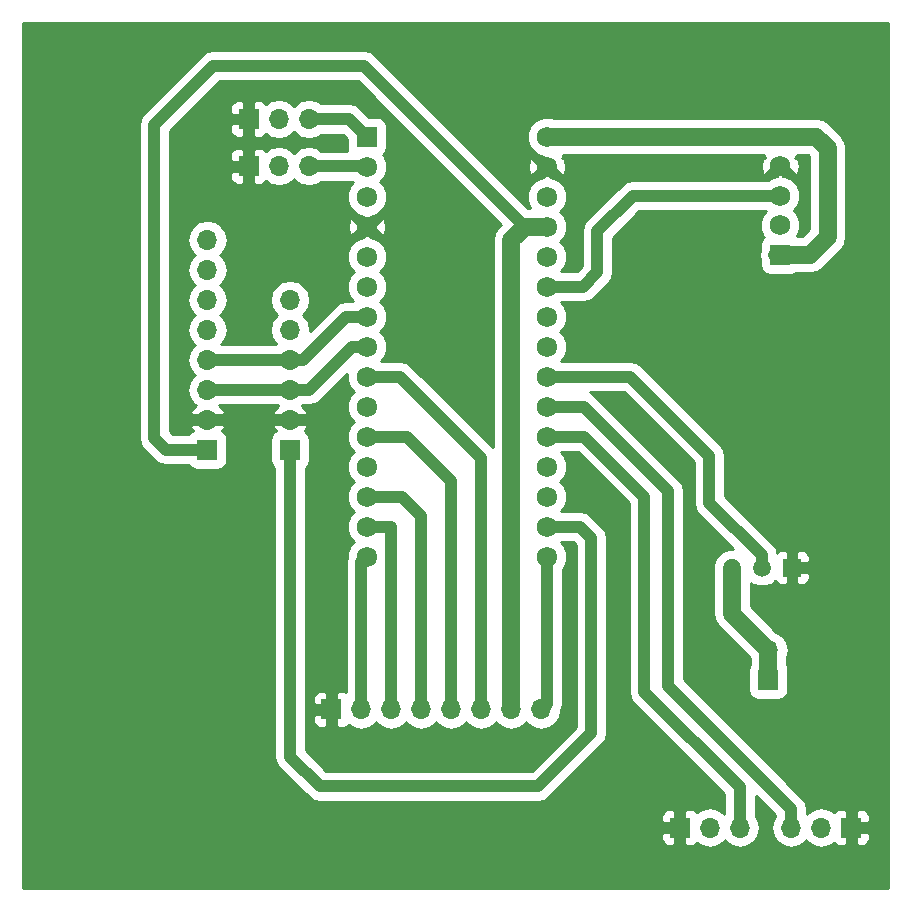
<source format=gbr>
G04 #@! TF.FileFunction,Copper,L2,Bot,Signal*
%FSLAX46Y46*%
G04 Gerber Fmt 4.6, Leading zero omitted, Abs format (unit mm)*
G04 Created by KiCad (PCBNEW 4.0.7-e2-6376~61~ubuntu18.04.1) date Fri Oct 19 17:59:18 2018*
%MOMM*%
%LPD*%
G01*
G04 APERTURE LIST*
%ADD10C,0.100000*%
%ADD11R,1.725000X1.725000*%
%ADD12C,1.725000*%
%ADD13C,1.520000*%
%ADD14R,1.520000X1.520000*%
%ADD15R,1.700000X1.700000*%
%ADD16O,1.700000X1.700000*%
%ADD17R,1.750000X1.750000*%
%ADD18C,1.750000*%
%ADD19C,1.000000*%
%ADD20C,1.500000*%
%ADD21C,0.254000*%
G04 APERTURE END LIST*
D10*
D11*
X121000000Y-75000000D03*
D12*
X121000000Y-77540000D03*
X121000000Y-80080000D03*
X121000000Y-82620000D03*
X121000000Y-85160000D03*
X121000000Y-87700000D03*
X121000000Y-90240000D03*
X121000000Y-92780000D03*
X121000000Y-95320000D03*
X121000000Y-97860000D03*
X121000000Y-100400000D03*
X121000000Y-102940000D03*
X121000000Y-105480000D03*
X121000000Y-108020000D03*
X121000000Y-110560000D03*
X136240000Y-110560000D03*
X136240000Y-108020000D03*
X136240000Y-105480000D03*
X136240000Y-102940000D03*
X136240000Y-100400000D03*
X136240000Y-97860000D03*
X136240000Y-95320000D03*
X136240000Y-92780000D03*
X136240000Y-90240000D03*
X136240000Y-87700000D03*
X136240000Y-85160000D03*
X136240000Y-82620000D03*
X136240000Y-80080000D03*
X136240000Y-77540000D03*
X136240000Y-75000000D03*
D13*
X154460000Y-111500000D03*
X151920000Y-111500000D03*
D14*
X157000000Y-111500000D03*
D15*
X111000000Y-73500000D03*
D16*
X113540000Y-73500000D03*
X116080000Y-73500000D03*
D15*
X111000000Y-77500000D03*
D16*
X113540000Y-77500000D03*
X116080000Y-77500000D03*
D15*
X162000000Y-133500000D03*
D16*
X159460000Y-133500000D03*
X156920000Y-133500000D03*
D15*
X147500000Y-133500000D03*
D16*
X150040000Y-133500000D03*
X152580000Y-133500000D03*
D15*
X107500000Y-101500000D03*
D16*
X107500000Y-98960000D03*
X107500000Y-96420000D03*
X107500000Y-93880000D03*
X107500000Y-91340000D03*
X107500000Y-88800000D03*
X107500000Y-86260000D03*
X107500000Y-83720000D03*
D15*
X114500000Y-101500000D03*
D16*
X114500000Y-98960000D03*
X114500000Y-96420000D03*
X114500000Y-93880000D03*
X114500000Y-91340000D03*
X114500000Y-88800000D03*
D15*
X155000000Y-121000000D03*
D16*
X155000000Y-118460000D03*
D17*
X156000000Y-85000000D03*
D18*
X156000000Y-82500000D03*
X156000000Y-80000000D03*
X156000000Y-77500000D03*
D15*
X118000000Y-123500000D03*
D16*
X120540000Y-123500000D03*
X123080000Y-123500000D03*
X125620000Y-123500000D03*
X128160000Y-123500000D03*
X130700000Y-123500000D03*
X133240000Y-123500000D03*
X135780000Y-123500000D03*
D19*
X107500000Y-101500000D02*
X104000000Y-101500000D01*
X120760000Y-69000000D02*
X134380000Y-82620000D01*
X108000000Y-69000000D02*
X120760000Y-69000000D01*
X103000000Y-74000000D02*
X108000000Y-69000000D01*
X103000000Y-100500000D02*
X103000000Y-74000000D01*
X104000000Y-101500000D02*
X103000000Y-100500000D01*
D20*
X133240000Y-123500000D02*
X133240000Y-83760000D01*
X134380000Y-82620000D02*
X136240000Y-82620000D01*
X133240000Y-83760000D02*
X134380000Y-82620000D01*
D19*
X116080000Y-73500000D02*
X119500000Y-73500000D01*
X119500000Y-73500000D02*
X121000000Y-75000000D01*
X116080000Y-77500000D02*
X120960000Y-77500000D01*
X120960000Y-77500000D02*
X121000000Y-77540000D01*
X114500000Y-93880000D02*
X107500000Y-93880000D01*
X114500000Y-93880000D02*
X115620000Y-93880000D01*
X119260000Y-90240000D02*
X121000000Y-90240000D01*
X115620000Y-93880000D02*
X119260000Y-90240000D01*
X114500000Y-96420000D02*
X107500000Y-96420000D01*
X114500000Y-96420000D02*
X116080000Y-96420000D01*
X119720000Y-92780000D02*
X121000000Y-92780000D01*
X116080000Y-96420000D02*
X119720000Y-92780000D01*
X130700000Y-123500000D02*
X130700000Y-102200000D01*
X123820000Y-95320000D02*
X121000000Y-95320000D01*
X130700000Y-102200000D02*
X123820000Y-95320000D01*
X128160000Y-123500000D02*
X128160000Y-104160000D01*
X124400000Y-100400000D02*
X121000000Y-100400000D01*
X128160000Y-104160000D02*
X124400000Y-100400000D01*
X125620000Y-123500000D02*
X125620000Y-107120000D01*
X123980000Y-105480000D02*
X121000000Y-105480000D01*
X125620000Y-107120000D02*
X123980000Y-105480000D01*
X121000000Y-108020000D02*
X123020000Y-108020000D01*
X123080000Y-108080000D02*
X123080000Y-123500000D01*
X123020000Y-108020000D02*
X123080000Y-108080000D01*
X120540000Y-123500000D02*
X120540000Y-111020000D01*
X120540000Y-111020000D02*
X121000000Y-110560000D01*
X136240000Y-110560000D02*
X136240000Y-123040000D01*
X136240000Y-123040000D02*
X135780000Y-123500000D01*
X136240000Y-108020000D02*
X139020000Y-108020000D01*
X114500000Y-127500000D02*
X114500000Y-101500000D01*
X117000000Y-130000000D02*
X114500000Y-127500000D01*
X135500000Y-130000000D02*
X117000000Y-130000000D01*
X140000000Y-125500000D02*
X135500000Y-130000000D01*
X140000000Y-109000000D02*
X140000000Y-125500000D01*
X139020000Y-108020000D02*
X140000000Y-109000000D01*
X136240000Y-100400000D02*
X139400000Y-100400000D01*
X152580000Y-130080000D02*
X152580000Y-133500000D01*
X144500000Y-122000000D02*
X152580000Y-130080000D01*
X144500000Y-105500000D02*
X144500000Y-122000000D01*
X139400000Y-100400000D02*
X144500000Y-105500000D01*
X156920000Y-133500000D02*
X156920000Y-131920000D01*
X139360000Y-97860000D02*
X136240000Y-97860000D01*
X146500000Y-105000000D02*
X139360000Y-97860000D01*
X146500000Y-121500000D02*
X146500000Y-105000000D01*
X156920000Y-131920000D02*
X146500000Y-121500000D01*
X154460000Y-111500000D02*
X154460000Y-110460000D01*
X143320000Y-95320000D02*
X136240000Y-95320000D01*
X150000000Y-102000000D02*
X143320000Y-95320000D01*
X150000000Y-106000000D02*
X150000000Y-102000000D01*
X154460000Y-110460000D02*
X150000000Y-106000000D01*
X156000000Y-80000000D02*
X143500000Y-80000000D01*
X139300000Y-87700000D02*
X136240000Y-87700000D01*
X140500000Y-86500000D02*
X139300000Y-87700000D01*
X140500000Y-83000000D02*
X140500000Y-86500000D01*
X143500000Y-80000000D02*
X140500000Y-83000000D01*
D20*
X156000000Y-85000000D02*
X158500000Y-85000000D01*
X159000000Y-75000000D02*
X136240000Y-75000000D01*
X160000000Y-76000000D02*
X159000000Y-75000000D01*
X160000000Y-83500000D02*
X160000000Y-76000000D01*
X158500000Y-85000000D02*
X160000000Y-83500000D01*
D19*
X155500000Y-85000000D02*
X156000000Y-85000000D01*
D20*
X155000000Y-118460000D02*
X154960000Y-118460000D01*
X154960000Y-118460000D02*
X151920000Y-115420000D01*
X151920000Y-115420000D02*
X151920000Y-111500000D01*
X155000000Y-121000000D02*
X155000000Y-118460000D01*
D21*
G36*
X165098000Y-138598000D02*
X91902000Y-138598000D01*
X91902000Y-134054750D01*
X145923000Y-134054750D01*
X145923000Y-134494609D01*
X146033679Y-134761812D01*
X146238187Y-134966321D01*
X146505390Y-135077000D01*
X146945250Y-135077000D01*
X147127000Y-134895250D01*
X147127000Y-133873000D01*
X146104750Y-133873000D01*
X145923000Y-134054750D01*
X91902000Y-134054750D01*
X91902000Y-132505391D01*
X145923000Y-132505391D01*
X145923000Y-132945250D01*
X146104750Y-133127000D01*
X147127000Y-133127000D01*
X147127000Y-132104750D01*
X146945250Y-131923000D01*
X146505390Y-131923000D01*
X146238187Y-132033679D01*
X146033679Y-132238188D01*
X145923000Y-132505391D01*
X91902000Y-132505391D01*
X91902000Y-74000000D01*
X101673000Y-74000000D01*
X101673000Y-100500000D01*
X101774012Y-101007821D01*
X102061669Y-101438331D01*
X103061667Y-102438328D01*
X103061669Y-102438331D01*
X103492179Y-102725988D01*
X103576433Y-102742747D01*
X104000000Y-102827001D01*
X104000005Y-102827000D01*
X105974200Y-102827000D01*
X106045587Y-102937939D01*
X106321948Y-103126769D01*
X106650000Y-103193201D01*
X108350000Y-103193201D01*
X108656468Y-103135535D01*
X108937939Y-102954413D01*
X109126769Y-102678052D01*
X109193201Y-102350000D01*
X109193201Y-100650000D01*
X109135535Y-100343532D01*
X108954413Y-100062061D01*
X108728258Y-99907536D01*
X108955038Y-99568105D01*
X108844468Y-99333000D01*
X107873000Y-99333000D01*
X107873000Y-99353000D01*
X107127000Y-99353000D01*
X107127000Y-99333000D01*
X106155532Y-99333000D01*
X106044962Y-99568105D01*
X106273202Y-99909721D01*
X106062061Y-100045587D01*
X105975003Y-100173000D01*
X104549661Y-100173000D01*
X104327000Y-99950338D01*
X104327000Y-78054750D01*
X109423000Y-78054750D01*
X109423000Y-78494609D01*
X109533679Y-78761812D01*
X109738187Y-78966321D01*
X110005390Y-79077000D01*
X110445250Y-79077000D01*
X110627000Y-78895250D01*
X110627000Y-77873000D01*
X109604750Y-77873000D01*
X109423000Y-78054750D01*
X104327000Y-78054750D01*
X104327000Y-76505391D01*
X109423000Y-76505391D01*
X109423000Y-76945250D01*
X109604750Y-77127000D01*
X110627000Y-77127000D01*
X110627000Y-76104750D01*
X110445250Y-75923000D01*
X110005390Y-75923000D01*
X109738187Y-76033679D01*
X109533679Y-76238188D01*
X109423000Y-76505391D01*
X104327000Y-76505391D01*
X104327000Y-74549662D01*
X104821912Y-74054750D01*
X109423000Y-74054750D01*
X109423000Y-74494609D01*
X109533679Y-74761812D01*
X109738187Y-74966321D01*
X110005390Y-75077000D01*
X110445250Y-75077000D01*
X110627000Y-74895250D01*
X110627000Y-73873000D01*
X109604750Y-73873000D01*
X109423000Y-74054750D01*
X104821912Y-74054750D01*
X106371271Y-72505391D01*
X109423000Y-72505391D01*
X109423000Y-72945250D01*
X109604750Y-73127000D01*
X110627000Y-73127000D01*
X110627000Y-72104750D01*
X111373000Y-72104750D01*
X111373000Y-73127000D01*
X111393000Y-73127000D01*
X111393000Y-73873000D01*
X111373000Y-73873000D01*
X111373000Y-74895250D01*
X111554750Y-75077000D01*
X111994610Y-75077000D01*
X112261813Y-74966321D01*
X112447265Y-74780868D01*
X112898240Y-75082200D01*
X113540000Y-75209854D01*
X114181760Y-75082200D01*
X114725818Y-74718672D01*
X114810000Y-74592685D01*
X114894182Y-74718672D01*
X115438240Y-75082200D01*
X116080000Y-75209854D01*
X116721760Y-75082200D01*
X117103694Y-74827000D01*
X118950338Y-74827000D01*
X119294299Y-75170961D01*
X119294299Y-75862500D01*
X119351965Y-76168968D01*
X119354560Y-76173000D01*
X117103694Y-76173000D01*
X116721760Y-75917800D01*
X116080000Y-75790146D01*
X115438240Y-75917800D01*
X114894182Y-76281328D01*
X114810000Y-76407315D01*
X114725818Y-76281328D01*
X114181760Y-75917800D01*
X113540000Y-75790146D01*
X112898240Y-75917800D01*
X112447265Y-76219132D01*
X112261813Y-76033679D01*
X111994610Y-75923000D01*
X111554750Y-75923000D01*
X111373000Y-76104750D01*
X111373000Y-77127000D01*
X111393000Y-77127000D01*
X111393000Y-77873000D01*
X111373000Y-77873000D01*
X111373000Y-78895250D01*
X111554750Y-79077000D01*
X111994610Y-79077000D01*
X112261813Y-78966321D01*
X112447265Y-78780868D01*
X112898240Y-79082200D01*
X113540000Y-79209854D01*
X114181760Y-79082200D01*
X114725818Y-78718672D01*
X114810000Y-78592685D01*
X114894182Y-78718672D01*
X115438240Y-79082200D01*
X116080000Y-79209854D01*
X116721760Y-79082200D01*
X117103694Y-78827000D01*
X119863788Y-78827000D01*
X119568547Y-79121726D01*
X119310794Y-79742463D01*
X119310208Y-80414588D01*
X119566877Y-81035774D01*
X120041726Y-81511453D01*
X120662463Y-81769206D01*
X120676720Y-81769218D01*
X121000000Y-82092498D01*
X121322717Y-81769782D01*
X121334588Y-81769792D01*
X121955774Y-81513123D01*
X122431453Y-81038274D01*
X122689206Y-80417537D01*
X122689792Y-79745412D01*
X122433123Y-79124226D01*
X122119314Y-78809868D01*
X122431453Y-78498274D01*
X122689206Y-77877537D01*
X122689792Y-77205412D01*
X122433123Y-76584226D01*
X122368591Y-76519581D01*
X122450439Y-76466913D01*
X122639269Y-76190552D01*
X122705701Y-75862500D01*
X122705701Y-74137500D01*
X122648035Y-73831032D01*
X122466913Y-73549561D01*
X122190552Y-73360731D01*
X121862500Y-73294299D01*
X121170961Y-73294299D01*
X120438331Y-72561669D01*
X120007821Y-72274012D01*
X119500000Y-72173000D01*
X117103694Y-72173000D01*
X116721760Y-71917800D01*
X116080000Y-71790146D01*
X115438240Y-71917800D01*
X114894182Y-72281328D01*
X114810000Y-72407315D01*
X114725818Y-72281328D01*
X114181760Y-71917800D01*
X113540000Y-71790146D01*
X112898240Y-71917800D01*
X112447265Y-72219132D01*
X112261813Y-72033679D01*
X111994610Y-71923000D01*
X111554750Y-71923000D01*
X111373000Y-72104750D01*
X110627000Y-72104750D01*
X110445250Y-71923000D01*
X110005390Y-71923000D01*
X109738187Y-72033679D01*
X109533679Y-72238188D01*
X109423000Y-72505391D01*
X106371271Y-72505391D01*
X108549662Y-70327000D01*
X120210338Y-70327000D01*
X132326562Y-82443224D01*
X132124893Y-82644893D01*
X131783042Y-83156508D01*
X131663000Y-83760000D01*
X131663000Y-101298589D01*
X131638331Y-101261669D01*
X131638328Y-101261667D01*
X124758331Y-94381669D01*
X124327821Y-94094012D01*
X123820000Y-93993000D01*
X122176282Y-93993000D01*
X122431453Y-93738274D01*
X122689206Y-93117537D01*
X122689792Y-92445412D01*
X122433123Y-91824226D01*
X122119314Y-91509868D01*
X122431453Y-91198274D01*
X122689206Y-90577537D01*
X122689792Y-89905412D01*
X122433123Y-89284226D01*
X122119314Y-88969868D01*
X122431453Y-88658274D01*
X122689206Y-88037537D01*
X122689792Y-87365412D01*
X122433123Y-86744226D01*
X122119314Y-86429868D01*
X122431453Y-86118274D01*
X122689206Y-85497537D01*
X122689792Y-84825412D01*
X122433123Y-84204226D01*
X121958274Y-83728547D01*
X121337537Y-83470794D01*
X121323280Y-83470782D01*
X121000000Y-83147502D01*
X120677283Y-83470218D01*
X120665412Y-83470208D01*
X120044226Y-83726877D01*
X119568547Y-84201726D01*
X119310794Y-84822463D01*
X119310208Y-85494588D01*
X119566877Y-86115774D01*
X119880686Y-86430132D01*
X119568547Y-86741726D01*
X119310794Y-87362463D01*
X119310208Y-88034588D01*
X119566877Y-88655774D01*
X119823654Y-88913000D01*
X119260000Y-88913000D01*
X118752179Y-89014012D01*
X118321669Y-89301669D01*
X118321667Y-89301672D01*
X116191608Y-91431731D01*
X116209854Y-91340000D01*
X116082200Y-90698240D01*
X115718672Y-90154182D01*
X115592685Y-90070000D01*
X115718672Y-89985818D01*
X116082200Y-89441760D01*
X116209854Y-88800000D01*
X116082200Y-88158240D01*
X115718672Y-87614182D01*
X115174614Y-87250654D01*
X114532854Y-87123000D01*
X114467146Y-87123000D01*
X113825386Y-87250654D01*
X113281328Y-87614182D01*
X112917800Y-88158240D01*
X112790146Y-88800000D01*
X112917800Y-89441760D01*
X113281328Y-89985818D01*
X113407315Y-90070000D01*
X113281328Y-90154182D01*
X112917800Y-90698240D01*
X112790146Y-91340000D01*
X112917800Y-91981760D01*
X113281328Y-92525818D01*
X113322009Y-92553000D01*
X108677991Y-92553000D01*
X108718672Y-92525818D01*
X109082200Y-91981760D01*
X109209854Y-91340000D01*
X109082200Y-90698240D01*
X108718672Y-90154182D01*
X108592685Y-90070000D01*
X108718672Y-89985818D01*
X109082200Y-89441760D01*
X109209854Y-88800000D01*
X109082200Y-88158240D01*
X108718672Y-87614182D01*
X108592685Y-87530000D01*
X108718672Y-87445818D01*
X109082200Y-86901760D01*
X109209854Y-86260000D01*
X109082200Y-85618240D01*
X108718672Y-85074182D01*
X108592685Y-84990000D01*
X108718672Y-84905818D01*
X109082200Y-84361760D01*
X109209854Y-83720000D01*
X109082200Y-83078240D01*
X108772353Y-82614520D01*
X119379369Y-82614520D01*
X119500636Y-83235126D01*
X119504829Y-83245251D01*
X119753581Y-83338918D01*
X120472498Y-82620000D01*
X121527502Y-82620000D01*
X122246419Y-83338918D01*
X122495171Y-83245251D01*
X122620631Y-82625480D01*
X122499364Y-82004874D01*
X122495171Y-81994749D01*
X122246419Y-81901082D01*
X121527502Y-82620000D01*
X120472498Y-82620000D01*
X119753581Y-81901082D01*
X119504829Y-81994749D01*
X119379369Y-82614520D01*
X108772353Y-82614520D01*
X108718672Y-82534182D01*
X108174614Y-82170654D01*
X107532854Y-82043000D01*
X107467146Y-82043000D01*
X106825386Y-82170654D01*
X106281328Y-82534182D01*
X105917800Y-83078240D01*
X105790146Y-83720000D01*
X105917800Y-84361760D01*
X106281328Y-84905818D01*
X106407315Y-84990000D01*
X106281328Y-85074182D01*
X105917800Y-85618240D01*
X105790146Y-86260000D01*
X105917800Y-86901760D01*
X106281328Y-87445818D01*
X106407315Y-87530000D01*
X106281328Y-87614182D01*
X105917800Y-88158240D01*
X105790146Y-88800000D01*
X105917800Y-89441760D01*
X106281328Y-89985818D01*
X106407315Y-90070000D01*
X106281328Y-90154182D01*
X105917800Y-90698240D01*
X105790146Y-91340000D01*
X105917800Y-91981760D01*
X106281328Y-92525818D01*
X106407315Y-92610000D01*
X106281328Y-92694182D01*
X105917800Y-93238240D01*
X105790146Y-93880000D01*
X105917800Y-94521760D01*
X106281328Y-95065818D01*
X106407315Y-95150000D01*
X106281328Y-95234182D01*
X105917800Y-95778240D01*
X105790146Y-96420000D01*
X105917800Y-97061760D01*
X106281328Y-97605818D01*
X106512420Y-97760229D01*
X106381351Y-97848408D01*
X106044962Y-98351895D01*
X106155532Y-98587000D01*
X107127000Y-98587000D01*
X107127000Y-98567000D01*
X107873000Y-98567000D01*
X107873000Y-98587000D01*
X108844468Y-98587000D01*
X108955038Y-98351895D01*
X108618649Y-97848408D01*
X108487580Y-97760229D01*
X108507378Y-97747000D01*
X113492622Y-97747000D01*
X113512420Y-97760229D01*
X113381351Y-97848408D01*
X113044962Y-98351895D01*
X113155532Y-98587000D01*
X114127000Y-98587000D01*
X114127000Y-98567000D01*
X114873000Y-98567000D01*
X114873000Y-98587000D01*
X115844468Y-98587000D01*
X115955038Y-98351895D01*
X115618649Y-97848408D01*
X115487580Y-97760229D01*
X115507378Y-97747000D01*
X116080000Y-97747000D01*
X116587821Y-97645988D01*
X117018331Y-97358331D01*
X119310721Y-95065940D01*
X119310208Y-95654588D01*
X119566877Y-96275774D01*
X119880686Y-96590132D01*
X119568547Y-96901726D01*
X119310794Y-97522463D01*
X119310208Y-98194588D01*
X119566877Y-98815774D01*
X119880686Y-99130132D01*
X119568547Y-99441726D01*
X119310794Y-100062463D01*
X119310208Y-100734588D01*
X119566877Y-101355774D01*
X119880686Y-101670132D01*
X119568547Y-101981726D01*
X119310794Y-102602463D01*
X119310208Y-103274588D01*
X119566877Y-103895774D01*
X119880686Y-104210132D01*
X119568547Y-104521726D01*
X119310794Y-105142463D01*
X119310208Y-105814588D01*
X119566877Y-106435774D01*
X119880686Y-106750132D01*
X119568547Y-107061726D01*
X119310794Y-107682463D01*
X119310208Y-108354588D01*
X119566877Y-108975774D01*
X119880686Y-109290132D01*
X119568547Y-109601726D01*
X119310794Y-110222463D01*
X119310526Y-110529704D01*
X119213000Y-111020000D01*
X119213000Y-122013460D01*
X118994610Y-121923000D01*
X118554750Y-121923000D01*
X118373000Y-122104750D01*
X118373000Y-123127000D01*
X118393000Y-123127000D01*
X118393000Y-123873000D01*
X118373000Y-123873000D01*
X118373000Y-124895250D01*
X118554750Y-125077000D01*
X118994610Y-125077000D01*
X119261813Y-124966321D01*
X119447265Y-124780868D01*
X119898240Y-125082200D01*
X120540000Y-125209854D01*
X121181760Y-125082200D01*
X121725818Y-124718672D01*
X121810000Y-124592685D01*
X121894182Y-124718672D01*
X122438240Y-125082200D01*
X123080000Y-125209854D01*
X123721760Y-125082200D01*
X124265818Y-124718672D01*
X124350000Y-124592685D01*
X124434182Y-124718672D01*
X124978240Y-125082200D01*
X125620000Y-125209854D01*
X126261760Y-125082200D01*
X126805818Y-124718672D01*
X126890000Y-124592685D01*
X126974182Y-124718672D01*
X127518240Y-125082200D01*
X128160000Y-125209854D01*
X128801760Y-125082200D01*
X129345818Y-124718672D01*
X129430000Y-124592685D01*
X129514182Y-124718672D01*
X130058240Y-125082200D01*
X130700000Y-125209854D01*
X131341760Y-125082200D01*
X131885818Y-124718672D01*
X131970000Y-124592685D01*
X132054182Y-124718672D01*
X132598240Y-125082200D01*
X133240000Y-125209854D01*
X133881760Y-125082200D01*
X134425818Y-124718672D01*
X134510000Y-124592685D01*
X134594182Y-124718672D01*
X135138240Y-125082200D01*
X135780000Y-125209854D01*
X136421760Y-125082200D01*
X136965818Y-124718672D01*
X137329346Y-124174614D01*
X137448951Y-123573319D01*
X137465988Y-123547821D01*
X137567000Y-123040000D01*
X137567000Y-111622545D01*
X137671453Y-111518274D01*
X137929206Y-110897537D01*
X137929792Y-110225412D01*
X137673123Y-109604226D01*
X137416346Y-109347000D01*
X138470338Y-109347000D01*
X138673000Y-109549661D01*
X138673000Y-124950338D01*
X134950338Y-128673000D01*
X117549662Y-128673000D01*
X115827000Y-126950338D01*
X115827000Y-124054750D01*
X116423000Y-124054750D01*
X116423000Y-124494609D01*
X116533679Y-124761812D01*
X116738187Y-124966321D01*
X117005390Y-125077000D01*
X117445250Y-125077000D01*
X117627000Y-124895250D01*
X117627000Y-123873000D01*
X116604750Y-123873000D01*
X116423000Y-124054750D01*
X115827000Y-124054750D01*
X115827000Y-122505391D01*
X116423000Y-122505391D01*
X116423000Y-122945250D01*
X116604750Y-123127000D01*
X117627000Y-123127000D01*
X117627000Y-122104750D01*
X117445250Y-121923000D01*
X117005390Y-121923000D01*
X116738187Y-122033679D01*
X116533679Y-122238188D01*
X116423000Y-122505391D01*
X115827000Y-122505391D01*
X115827000Y-103025800D01*
X115937939Y-102954413D01*
X116126769Y-102678052D01*
X116193201Y-102350000D01*
X116193201Y-100650000D01*
X116135535Y-100343532D01*
X115954413Y-100062061D01*
X115728258Y-99907536D01*
X115955038Y-99568105D01*
X115844468Y-99333000D01*
X114873000Y-99333000D01*
X114873000Y-99353000D01*
X114127000Y-99353000D01*
X114127000Y-99333000D01*
X113155532Y-99333000D01*
X113044962Y-99568105D01*
X113273202Y-99909721D01*
X113062061Y-100045587D01*
X112873231Y-100321948D01*
X112806799Y-100650000D01*
X112806799Y-102350000D01*
X112864465Y-102656468D01*
X113045587Y-102937939D01*
X113173000Y-103024997D01*
X113173000Y-127500000D01*
X113274012Y-128007821D01*
X113561669Y-128438331D01*
X116061669Y-130938331D01*
X116492179Y-131225988D01*
X117000000Y-131327000D01*
X135500000Y-131327000D01*
X136007821Y-131225988D01*
X136438331Y-130938331D01*
X140938331Y-126438331D01*
X141225988Y-126007821D01*
X141327000Y-125500000D01*
X141327000Y-109000000D01*
X141225988Y-108492179D01*
X140938331Y-108061669D01*
X140938328Y-108061667D01*
X139958331Y-107081669D01*
X139527821Y-106794012D01*
X139020000Y-106693000D01*
X137416282Y-106693000D01*
X137671453Y-106438274D01*
X137929206Y-105817537D01*
X137929792Y-105145412D01*
X137673123Y-104524226D01*
X137359314Y-104209868D01*
X137671453Y-103898274D01*
X137929206Y-103277537D01*
X137929792Y-102605412D01*
X137673123Y-101984226D01*
X137416346Y-101727000D01*
X138850338Y-101727000D01*
X143173000Y-106049662D01*
X143173000Y-122000000D01*
X143274012Y-122507821D01*
X143561669Y-122938331D01*
X151253000Y-130629661D01*
X151253000Y-132322009D01*
X151225818Y-132281328D01*
X150681760Y-131917800D01*
X150040000Y-131790146D01*
X149398240Y-131917800D01*
X148947265Y-132219132D01*
X148761813Y-132033679D01*
X148494610Y-131923000D01*
X148054750Y-131923000D01*
X147873000Y-132104750D01*
X147873000Y-133127000D01*
X147893000Y-133127000D01*
X147893000Y-133873000D01*
X147873000Y-133873000D01*
X147873000Y-134895250D01*
X148054750Y-135077000D01*
X148494610Y-135077000D01*
X148761813Y-134966321D01*
X148947265Y-134780868D01*
X149398240Y-135082200D01*
X150040000Y-135209854D01*
X150681760Y-135082200D01*
X151225818Y-134718672D01*
X151310000Y-134592685D01*
X151394182Y-134718672D01*
X151938240Y-135082200D01*
X152580000Y-135209854D01*
X153221760Y-135082200D01*
X153765818Y-134718672D01*
X154129346Y-134174614D01*
X154257000Y-133532854D01*
X154257000Y-133467146D01*
X154129346Y-132825386D01*
X153907000Y-132492622D01*
X153907000Y-130783661D01*
X155593000Y-132469661D01*
X155593000Y-132492622D01*
X155370654Y-132825386D01*
X155243000Y-133467146D01*
X155243000Y-133532854D01*
X155370654Y-134174614D01*
X155734182Y-134718672D01*
X156278240Y-135082200D01*
X156920000Y-135209854D01*
X157561760Y-135082200D01*
X158105818Y-134718672D01*
X158190000Y-134592685D01*
X158274182Y-134718672D01*
X158818240Y-135082200D01*
X159460000Y-135209854D01*
X160101760Y-135082200D01*
X160552735Y-134780868D01*
X160738187Y-134966321D01*
X161005390Y-135077000D01*
X161445250Y-135077000D01*
X161627000Y-134895250D01*
X161627000Y-133873000D01*
X162373000Y-133873000D01*
X162373000Y-134895250D01*
X162554750Y-135077000D01*
X162994610Y-135077000D01*
X163261813Y-134966321D01*
X163466321Y-134761812D01*
X163577000Y-134494609D01*
X163577000Y-134054750D01*
X163395250Y-133873000D01*
X162373000Y-133873000D01*
X161627000Y-133873000D01*
X161607000Y-133873000D01*
X161607000Y-133127000D01*
X161627000Y-133127000D01*
X161627000Y-132104750D01*
X162373000Y-132104750D01*
X162373000Y-133127000D01*
X163395250Y-133127000D01*
X163577000Y-132945250D01*
X163577000Y-132505391D01*
X163466321Y-132238188D01*
X163261813Y-132033679D01*
X162994610Y-131923000D01*
X162554750Y-131923000D01*
X162373000Y-132104750D01*
X161627000Y-132104750D01*
X161445250Y-131923000D01*
X161005390Y-131923000D01*
X160738187Y-132033679D01*
X160552735Y-132219132D01*
X160101760Y-131917800D01*
X159460000Y-131790146D01*
X158818240Y-131917800D01*
X158274182Y-132281328D01*
X158247000Y-132322009D01*
X158247000Y-131920000D01*
X158145988Y-131412179D01*
X157858331Y-130981669D01*
X157858328Y-130981667D01*
X147827000Y-120950338D01*
X147827000Y-105000005D01*
X147827001Y-105000000D01*
X147725988Y-104492179D01*
X147438331Y-104061669D01*
X140298331Y-96921669D01*
X139887259Y-96647000D01*
X142770338Y-96647000D01*
X148673000Y-102549661D01*
X148673000Y-106000000D01*
X148774012Y-106507821D01*
X149061669Y-106938331D01*
X152036440Y-109913101D01*
X151605711Y-109912725D01*
X151022211Y-110153823D01*
X150575392Y-110599863D01*
X150333276Y-111182941D01*
X150332725Y-111814289D01*
X150343000Y-111839156D01*
X150343000Y-115420000D01*
X150463042Y-116023492D01*
X150804893Y-116535107D01*
X153423000Y-119153215D01*
X153423000Y-119749109D01*
X153373231Y-119821948D01*
X153306799Y-120150000D01*
X153306799Y-121850000D01*
X153364465Y-122156468D01*
X153545587Y-122437939D01*
X153821948Y-122626769D01*
X154150000Y-122693201D01*
X155850000Y-122693201D01*
X156156468Y-122635535D01*
X156437939Y-122454413D01*
X156626769Y-122178052D01*
X156693201Y-121850000D01*
X156693201Y-120150000D01*
X156635535Y-119843532D01*
X156577000Y-119752566D01*
X156577000Y-119109542D01*
X156582200Y-119101760D01*
X156709854Y-118460000D01*
X156582200Y-117818240D01*
X156218672Y-117274182D01*
X155674614Y-116910654D01*
X155632490Y-116902275D01*
X153497000Y-114766786D01*
X153497000Y-112781635D01*
X153559863Y-112844608D01*
X154142941Y-113086724D01*
X154774289Y-113087275D01*
X155357789Y-112846177D01*
X155596994Y-112607389D01*
X155623679Y-112671812D01*
X155828187Y-112876321D01*
X156095390Y-112987000D01*
X156445250Y-112987000D01*
X156627000Y-112805250D01*
X156627000Y-111873000D01*
X157373000Y-111873000D01*
X157373000Y-112805250D01*
X157554750Y-112987000D01*
X157904610Y-112987000D01*
X158171813Y-112876321D01*
X158376321Y-112671812D01*
X158487000Y-112404609D01*
X158487000Y-112054750D01*
X158305250Y-111873000D01*
X157373000Y-111873000D01*
X156627000Y-111873000D01*
X156607000Y-111873000D01*
X156607000Y-111127000D01*
X156627000Y-111127000D01*
X156627000Y-110194750D01*
X157373000Y-110194750D01*
X157373000Y-111127000D01*
X158305250Y-111127000D01*
X158487000Y-110945250D01*
X158487000Y-110595391D01*
X158376321Y-110328188D01*
X158171813Y-110123679D01*
X157904610Y-110013000D01*
X157554750Y-110013000D01*
X157373000Y-110194750D01*
X156627000Y-110194750D01*
X156445250Y-110013000D01*
X156095390Y-110013000D01*
X155828187Y-110123679D01*
X155738034Y-110213832D01*
X155685988Y-109952179D01*
X155398331Y-109521669D01*
X155398328Y-109521667D01*
X151327000Y-105450338D01*
X151327000Y-102000005D01*
X151327001Y-102000000D01*
X151229244Y-101508547D01*
X151225988Y-101492179D01*
X150938331Y-101061669D01*
X150938328Y-101061667D01*
X144258331Y-94381669D01*
X143827821Y-94094012D01*
X143320000Y-93993000D01*
X137416282Y-93993000D01*
X137671453Y-93738274D01*
X137929206Y-93117537D01*
X137929792Y-92445412D01*
X137673123Y-91824226D01*
X137359314Y-91509868D01*
X137671453Y-91198274D01*
X137929206Y-90577537D01*
X137929792Y-89905412D01*
X137673123Y-89284226D01*
X137416346Y-89027000D01*
X139300000Y-89027000D01*
X139807821Y-88925988D01*
X140238331Y-88638331D01*
X141438331Y-87438331D01*
X141725988Y-87007821D01*
X141827000Y-86500000D01*
X141827000Y-83549662D01*
X144049661Y-81327000D01*
X154765954Y-81327000D01*
X154557956Y-81534636D01*
X154298296Y-82159966D01*
X154297705Y-82837063D01*
X154556273Y-83462846D01*
X154583855Y-83490476D01*
X154537061Y-83520587D01*
X154348231Y-83796948D01*
X154281799Y-84125000D01*
X154281799Y-84480525D01*
X154274012Y-84492179D01*
X154173000Y-85000000D01*
X154274012Y-85507821D01*
X154281799Y-85519475D01*
X154281799Y-85875000D01*
X154339465Y-86181468D01*
X154520587Y-86462939D01*
X154796948Y-86651769D01*
X155125000Y-86718201D01*
X156875000Y-86718201D01*
X157181468Y-86660535D01*
X157311285Y-86577000D01*
X158500000Y-86577000D01*
X159103492Y-86456958D01*
X159615107Y-86115107D01*
X161115107Y-84615108D01*
X161456958Y-84103492D01*
X161489072Y-83942044D01*
X161577000Y-83500000D01*
X161577000Y-76000000D01*
X161456958Y-75396508D01*
X161243469Y-75077000D01*
X161115108Y-74884893D01*
X160115107Y-73884893D01*
X159603492Y-73543042D01*
X159000000Y-73423000D01*
X136847759Y-73423000D01*
X136577537Y-73310794D01*
X135905412Y-73310208D01*
X135284226Y-73566877D01*
X134808547Y-74041726D01*
X134550794Y-74662463D01*
X134550208Y-75334588D01*
X134806877Y-75955774D01*
X135281726Y-76431453D01*
X135902463Y-76689206D01*
X135916720Y-76689218D01*
X136240000Y-77012498D01*
X136254142Y-76998356D01*
X136781644Y-77525858D01*
X136767502Y-77540000D01*
X137486419Y-78258918D01*
X137735171Y-78165251D01*
X137860631Y-77545480D01*
X137739364Y-76924874D01*
X137735171Y-76914749D01*
X137486421Y-76821083D01*
X137647958Y-76659546D01*
X137565412Y-76577000D01*
X154616563Y-76577000D01*
X154583029Y-76610534D01*
X154744250Y-76771755D01*
X154494236Y-76867052D01*
X154366636Y-77491463D01*
X154487702Y-78117174D01*
X154494236Y-78132948D01*
X154744253Y-78228246D01*
X155472498Y-77500000D01*
X155458356Y-77485858D01*
X155985858Y-76958356D01*
X156000000Y-76972498D01*
X156014142Y-76958356D01*
X156541644Y-77485858D01*
X156527502Y-77500000D01*
X157255747Y-78228246D01*
X157505764Y-78132948D01*
X157633364Y-77508537D01*
X157512298Y-76882826D01*
X157505764Y-76867052D01*
X157255750Y-76771755D01*
X157416971Y-76610534D01*
X157383437Y-76577000D01*
X158346786Y-76577000D01*
X158423000Y-76653215D01*
X158423000Y-82846785D01*
X157846786Y-83423000D01*
X157459635Y-83423000D01*
X157701704Y-82840034D01*
X157702295Y-82162937D01*
X157443727Y-81537154D01*
X157156992Y-81249919D01*
X157442044Y-80965364D01*
X157701704Y-80340034D01*
X157702295Y-79662937D01*
X157443727Y-79037154D01*
X156965364Y-78557956D01*
X156340034Y-78298296D01*
X156270734Y-78298236D01*
X156000000Y-78027502D01*
X155729738Y-78297763D01*
X155662937Y-78297705D01*
X155037154Y-78556273D01*
X154920223Y-78673000D01*
X143500005Y-78673000D01*
X143500000Y-78672999D01*
X143053512Y-78761812D01*
X142992179Y-78774012D01*
X142561669Y-79061669D01*
X142561667Y-79061672D01*
X139561669Y-82061669D01*
X139274012Y-82492179D01*
X139173000Y-83000000D01*
X139173000Y-85950338D01*
X138750338Y-86373000D01*
X137416282Y-86373000D01*
X137671453Y-86118274D01*
X137929206Y-85497537D01*
X137929792Y-84825412D01*
X137673123Y-84204226D01*
X137359314Y-83889868D01*
X137671453Y-83578274D01*
X137929206Y-82957537D01*
X137929792Y-82285412D01*
X137673123Y-81664226D01*
X137359314Y-81349868D01*
X137671453Y-81038274D01*
X137929206Y-80417537D01*
X137929792Y-79745412D01*
X137673123Y-79124226D01*
X137198274Y-78648547D01*
X136577537Y-78390794D01*
X136563280Y-78390782D01*
X136240000Y-78067502D01*
X135917283Y-78390218D01*
X135905412Y-78390208D01*
X135284226Y-78646877D01*
X134808547Y-79121726D01*
X134550794Y-79742463D01*
X134550208Y-80414588D01*
X134806877Y-81035774D01*
X134814090Y-81043000D01*
X134679662Y-81043000D01*
X131171182Y-77534520D01*
X134619369Y-77534520D01*
X134740636Y-78155126D01*
X134744829Y-78165251D01*
X134993581Y-78258918D01*
X135712498Y-77540000D01*
X134993581Y-76821082D01*
X134744829Y-76914749D01*
X134619369Y-77534520D01*
X131171182Y-77534520D01*
X121698331Y-68061669D01*
X121267821Y-67774012D01*
X120760000Y-67673000D01*
X108000005Y-67673000D01*
X108000000Y-67672999D01*
X107492179Y-67774012D01*
X107061669Y-68061669D01*
X102061669Y-73061669D01*
X101774012Y-73492179D01*
X101673000Y-74000000D01*
X91902000Y-74000000D01*
X91902000Y-65402000D01*
X165098000Y-65402000D01*
X165098000Y-138598000D01*
X165098000Y-138598000D01*
G37*
X165098000Y-138598000D02*
X91902000Y-138598000D01*
X91902000Y-134054750D01*
X145923000Y-134054750D01*
X145923000Y-134494609D01*
X146033679Y-134761812D01*
X146238187Y-134966321D01*
X146505390Y-135077000D01*
X146945250Y-135077000D01*
X147127000Y-134895250D01*
X147127000Y-133873000D01*
X146104750Y-133873000D01*
X145923000Y-134054750D01*
X91902000Y-134054750D01*
X91902000Y-132505391D01*
X145923000Y-132505391D01*
X145923000Y-132945250D01*
X146104750Y-133127000D01*
X147127000Y-133127000D01*
X147127000Y-132104750D01*
X146945250Y-131923000D01*
X146505390Y-131923000D01*
X146238187Y-132033679D01*
X146033679Y-132238188D01*
X145923000Y-132505391D01*
X91902000Y-132505391D01*
X91902000Y-74000000D01*
X101673000Y-74000000D01*
X101673000Y-100500000D01*
X101774012Y-101007821D01*
X102061669Y-101438331D01*
X103061667Y-102438328D01*
X103061669Y-102438331D01*
X103492179Y-102725988D01*
X103576433Y-102742747D01*
X104000000Y-102827001D01*
X104000005Y-102827000D01*
X105974200Y-102827000D01*
X106045587Y-102937939D01*
X106321948Y-103126769D01*
X106650000Y-103193201D01*
X108350000Y-103193201D01*
X108656468Y-103135535D01*
X108937939Y-102954413D01*
X109126769Y-102678052D01*
X109193201Y-102350000D01*
X109193201Y-100650000D01*
X109135535Y-100343532D01*
X108954413Y-100062061D01*
X108728258Y-99907536D01*
X108955038Y-99568105D01*
X108844468Y-99333000D01*
X107873000Y-99333000D01*
X107873000Y-99353000D01*
X107127000Y-99353000D01*
X107127000Y-99333000D01*
X106155532Y-99333000D01*
X106044962Y-99568105D01*
X106273202Y-99909721D01*
X106062061Y-100045587D01*
X105975003Y-100173000D01*
X104549661Y-100173000D01*
X104327000Y-99950338D01*
X104327000Y-78054750D01*
X109423000Y-78054750D01*
X109423000Y-78494609D01*
X109533679Y-78761812D01*
X109738187Y-78966321D01*
X110005390Y-79077000D01*
X110445250Y-79077000D01*
X110627000Y-78895250D01*
X110627000Y-77873000D01*
X109604750Y-77873000D01*
X109423000Y-78054750D01*
X104327000Y-78054750D01*
X104327000Y-76505391D01*
X109423000Y-76505391D01*
X109423000Y-76945250D01*
X109604750Y-77127000D01*
X110627000Y-77127000D01*
X110627000Y-76104750D01*
X110445250Y-75923000D01*
X110005390Y-75923000D01*
X109738187Y-76033679D01*
X109533679Y-76238188D01*
X109423000Y-76505391D01*
X104327000Y-76505391D01*
X104327000Y-74549662D01*
X104821912Y-74054750D01*
X109423000Y-74054750D01*
X109423000Y-74494609D01*
X109533679Y-74761812D01*
X109738187Y-74966321D01*
X110005390Y-75077000D01*
X110445250Y-75077000D01*
X110627000Y-74895250D01*
X110627000Y-73873000D01*
X109604750Y-73873000D01*
X109423000Y-74054750D01*
X104821912Y-74054750D01*
X106371271Y-72505391D01*
X109423000Y-72505391D01*
X109423000Y-72945250D01*
X109604750Y-73127000D01*
X110627000Y-73127000D01*
X110627000Y-72104750D01*
X111373000Y-72104750D01*
X111373000Y-73127000D01*
X111393000Y-73127000D01*
X111393000Y-73873000D01*
X111373000Y-73873000D01*
X111373000Y-74895250D01*
X111554750Y-75077000D01*
X111994610Y-75077000D01*
X112261813Y-74966321D01*
X112447265Y-74780868D01*
X112898240Y-75082200D01*
X113540000Y-75209854D01*
X114181760Y-75082200D01*
X114725818Y-74718672D01*
X114810000Y-74592685D01*
X114894182Y-74718672D01*
X115438240Y-75082200D01*
X116080000Y-75209854D01*
X116721760Y-75082200D01*
X117103694Y-74827000D01*
X118950338Y-74827000D01*
X119294299Y-75170961D01*
X119294299Y-75862500D01*
X119351965Y-76168968D01*
X119354560Y-76173000D01*
X117103694Y-76173000D01*
X116721760Y-75917800D01*
X116080000Y-75790146D01*
X115438240Y-75917800D01*
X114894182Y-76281328D01*
X114810000Y-76407315D01*
X114725818Y-76281328D01*
X114181760Y-75917800D01*
X113540000Y-75790146D01*
X112898240Y-75917800D01*
X112447265Y-76219132D01*
X112261813Y-76033679D01*
X111994610Y-75923000D01*
X111554750Y-75923000D01*
X111373000Y-76104750D01*
X111373000Y-77127000D01*
X111393000Y-77127000D01*
X111393000Y-77873000D01*
X111373000Y-77873000D01*
X111373000Y-78895250D01*
X111554750Y-79077000D01*
X111994610Y-79077000D01*
X112261813Y-78966321D01*
X112447265Y-78780868D01*
X112898240Y-79082200D01*
X113540000Y-79209854D01*
X114181760Y-79082200D01*
X114725818Y-78718672D01*
X114810000Y-78592685D01*
X114894182Y-78718672D01*
X115438240Y-79082200D01*
X116080000Y-79209854D01*
X116721760Y-79082200D01*
X117103694Y-78827000D01*
X119863788Y-78827000D01*
X119568547Y-79121726D01*
X119310794Y-79742463D01*
X119310208Y-80414588D01*
X119566877Y-81035774D01*
X120041726Y-81511453D01*
X120662463Y-81769206D01*
X120676720Y-81769218D01*
X121000000Y-82092498D01*
X121322717Y-81769782D01*
X121334588Y-81769792D01*
X121955774Y-81513123D01*
X122431453Y-81038274D01*
X122689206Y-80417537D01*
X122689792Y-79745412D01*
X122433123Y-79124226D01*
X122119314Y-78809868D01*
X122431453Y-78498274D01*
X122689206Y-77877537D01*
X122689792Y-77205412D01*
X122433123Y-76584226D01*
X122368591Y-76519581D01*
X122450439Y-76466913D01*
X122639269Y-76190552D01*
X122705701Y-75862500D01*
X122705701Y-74137500D01*
X122648035Y-73831032D01*
X122466913Y-73549561D01*
X122190552Y-73360731D01*
X121862500Y-73294299D01*
X121170961Y-73294299D01*
X120438331Y-72561669D01*
X120007821Y-72274012D01*
X119500000Y-72173000D01*
X117103694Y-72173000D01*
X116721760Y-71917800D01*
X116080000Y-71790146D01*
X115438240Y-71917800D01*
X114894182Y-72281328D01*
X114810000Y-72407315D01*
X114725818Y-72281328D01*
X114181760Y-71917800D01*
X113540000Y-71790146D01*
X112898240Y-71917800D01*
X112447265Y-72219132D01*
X112261813Y-72033679D01*
X111994610Y-71923000D01*
X111554750Y-71923000D01*
X111373000Y-72104750D01*
X110627000Y-72104750D01*
X110445250Y-71923000D01*
X110005390Y-71923000D01*
X109738187Y-72033679D01*
X109533679Y-72238188D01*
X109423000Y-72505391D01*
X106371271Y-72505391D01*
X108549662Y-70327000D01*
X120210338Y-70327000D01*
X132326562Y-82443224D01*
X132124893Y-82644893D01*
X131783042Y-83156508D01*
X131663000Y-83760000D01*
X131663000Y-101298589D01*
X131638331Y-101261669D01*
X131638328Y-101261667D01*
X124758331Y-94381669D01*
X124327821Y-94094012D01*
X123820000Y-93993000D01*
X122176282Y-93993000D01*
X122431453Y-93738274D01*
X122689206Y-93117537D01*
X122689792Y-92445412D01*
X122433123Y-91824226D01*
X122119314Y-91509868D01*
X122431453Y-91198274D01*
X122689206Y-90577537D01*
X122689792Y-89905412D01*
X122433123Y-89284226D01*
X122119314Y-88969868D01*
X122431453Y-88658274D01*
X122689206Y-88037537D01*
X122689792Y-87365412D01*
X122433123Y-86744226D01*
X122119314Y-86429868D01*
X122431453Y-86118274D01*
X122689206Y-85497537D01*
X122689792Y-84825412D01*
X122433123Y-84204226D01*
X121958274Y-83728547D01*
X121337537Y-83470794D01*
X121323280Y-83470782D01*
X121000000Y-83147502D01*
X120677283Y-83470218D01*
X120665412Y-83470208D01*
X120044226Y-83726877D01*
X119568547Y-84201726D01*
X119310794Y-84822463D01*
X119310208Y-85494588D01*
X119566877Y-86115774D01*
X119880686Y-86430132D01*
X119568547Y-86741726D01*
X119310794Y-87362463D01*
X119310208Y-88034588D01*
X119566877Y-88655774D01*
X119823654Y-88913000D01*
X119260000Y-88913000D01*
X118752179Y-89014012D01*
X118321669Y-89301669D01*
X118321667Y-89301672D01*
X116191608Y-91431731D01*
X116209854Y-91340000D01*
X116082200Y-90698240D01*
X115718672Y-90154182D01*
X115592685Y-90070000D01*
X115718672Y-89985818D01*
X116082200Y-89441760D01*
X116209854Y-88800000D01*
X116082200Y-88158240D01*
X115718672Y-87614182D01*
X115174614Y-87250654D01*
X114532854Y-87123000D01*
X114467146Y-87123000D01*
X113825386Y-87250654D01*
X113281328Y-87614182D01*
X112917800Y-88158240D01*
X112790146Y-88800000D01*
X112917800Y-89441760D01*
X113281328Y-89985818D01*
X113407315Y-90070000D01*
X113281328Y-90154182D01*
X112917800Y-90698240D01*
X112790146Y-91340000D01*
X112917800Y-91981760D01*
X113281328Y-92525818D01*
X113322009Y-92553000D01*
X108677991Y-92553000D01*
X108718672Y-92525818D01*
X109082200Y-91981760D01*
X109209854Y-91340000D01*
X109082200Y-90698240D01*
X108718672Y-90154182D01*
X108592685Y-90070000D01*
X108718672Y-89985818D01*
X109082200Y-89441760D01*
X109209854Y-88800000D01*
X109082200Y-88158240D01*
X108718672Y-87614182D01*
X108592685Y-87530000D01*
X108718672Y-87445818D01*
X109082200Y-86901760D01*
X109209854Y-86260000D01*
X109082200Y-85618240D01*
X108718672Y-85074182D01*
X108592685Y-84990000D01*
X108718672Y-84905818D01*
X109082200Y-84361760D01*
X109209854Y-83720000D01*
X109082200Y-83078240D01*
X108772353Y-82614520D01*
X119379369Y-82614520D01*
X119500636Y-83235126D01*
X119504829Y-83245251D01*
X119753581Y-83338918D01*
X120472498Y-82620000D01*
X121527502Y-82620000D01*
X122246419Y-83338918D01*
X122495171Y-83245251D01*
X122620631Y-82625480D01*
X122499364Y-82004874D01*
X122495171Y-81994749D01*
X122246419Y-81901082D01*
X121527502Y-82620000D01*
X120472498Y-82620000D01*
X119753581Y-81901082D01*
X119504829Y-81994749D01*
X119379369Y-82614520D01*
X108772353Y-82614520D01*
X108718672Y-82534182D01*
X108174614Y-82170654D01*
X107532854Y-82043000D01*
X107467146Y-82043000D01*
X106825386Y-82170654D01*
X106281328Y-82534182D01*
X105917800Y-83078240D01*
X105790146Y-83720000D01*
X105917800Y-84361760D01*
X106281328Y-84905818D01*
X106407315Y-84990000D01*
X106281328Y-85074182D01*
X105917800Y-85618240D01*
X105790146Y-86260000D01*
X105917800Y-86901760D01*
X106281328Y-87445818D01*
X106407315Y-87530000D01*
X106281328Y-87614182D01*
X105917800Y-88158240D01*
X105790146Y-88800000D01*
X105917800Y-89441760D01*
X106281328Y-89985818D01*
X106407315Y-90070000D01*
X106281328Y-90154182D01*
X105917800Y-90698240D01*
X105790146Y-91340000D01*
X105917800Y-91981760D01*
X106281328Y-92525818D01*
X106407315Y-92610000D01*
X106281328Y-92694182D01*
X105917800Y-93238240D01*
X105790146Y-93880000D01*
X105917800Y-94521760D01*
X106281328Y-95065818D01*
X106407315Y-95150000D01*
X106281328Y-95234182D01*
X105917800Y-95778240D01*
X105790146Y-96420000D01*
X105917800Y-97061760D01*
X106281328Y-97605818D01*
X106512420Y-97760229D01*
X106381351Y-97848408D01*
X106044962Y-98351895D01*
X106155532Y-98587000D01*
X107127000Y-98587000D01*
X107127000Y-98567000D01*
X107873000Y-98567000D01*
X107873000Y-98587000D01*
X108844468Y-98587000D01*
X108955038Y-98351895D01*
X108618649Y-97848408D01*
X108487580Y-97760229D01*
X108507378Y-97747000D01*
X113492622Y-97747000D01*
X113512420Y-97760229D01*
X113381351Y-97848408D01*
X113044962Y-98351895D01*
X113155532Y-98587000D01*
X114127000Y-98587000D01*
X114127000Y-98567000D01*
X114873000Y-98567000D01*
X114873000Y-98587000D01*
X115844468Y-98587000D01*
X115955038Y-98351895D01*
X115618649Y-97848408D01*
X115487580Y-97760229D01*
X115507378Y-97747000D01*
X116080000Y-97747000D01*
X116587821Y-97645988D01*
X117018331Y-97358331D01*
X119310721Y-95065940D01*
X119310208Y-95654588D01*
X119566877Y-96275774D01*
X119880686Y-96590132D01*
X119568547Y-96901726D01*
X119310794Y-97522463D01*
X119310208Y-98194588D01*
X119566877Y-98815774D01*
X119880686Y-99130132D01*
X119568547Y-99441726D01*
X119310794Y-100062463D01*
X119310208Y-100734588D01*
X119566877Y-101355774D01*
X119880686Y-101670132D01*
X119568547Y-101981726D01*
X119310794Y-102602463D01*
X119310208Y-103274588D01*
X119566877Y-103895774D01*
X119880686Y-104210132D01*
X119568547Y-104521726D01*
X119310794Y-105142463D01*
X119310208Y-105814588D01*
X119566877Y-106435774D01*
X119880686Y-106750132D01*
X119568547Y-107061726D01*
X119310794Y-107682463D01*
X119310208Y-108354588D01*
X119566877Y-108975774D01*
X119880686Y-109290132D01*
X119568547Y-109601726D01*
X119310794Y-110222463D01*
X119310526Y-110529704D01*
X119213000Y-111020000D01*
X119213000Y-122013460D01*
X118994610Y-121923000D01*
X118554750Y-121923000D01*
X118373000Y-122104750D01*
X118373000Y-123127000D01*
X118393000Y-123127000D01*
X118393000Y-123873000D01*
X118373000Y-123873000D01*
X118373000Y-124895250D01*
X118554750Y-125077000D01*
X118994610Y-125077000D01*
X119261813Y-124966321D01*
X119447265Y-124780868D01*
X119898240Y-125082200D01*
X120540000Y-125209854D01*
X121181760Y-125082200D01*
X121725818Y-124718672D01*
X121810000Y-124592685D01*
X121894182Y-124718672D01*
X122438240Y-125082200D01*
X123080000Y-125209854D01*
X123721760Y-125082200D01*
X124265818Y-124718672D01*
X124350000Y-124592685D01*
X124434182Y-124718672D01*
X124978240Y-125082200D01*
X125620000Y-125209854D01*
X126261760Y-125082200D01*
X126805818Y-124718672D01*
X126890000Y-124592685D01*
X126974182Y-124718672D01*
X127518240Y-125082200D01*
X128160000Y-125209854D01*
X128801760Y-125082200D01*
X129345818Y-124718672D01*
X129430000Y-124592685D01*
X129514182Y-124718672D01*
X130058240Y-125082200D01*
X130700000Y-125209854D01*
X131341760Y-125082200D01*
X131885818Y-124718672D01*
X131970000Y-124592685D01*
X132054182Y-124718672D01*
X132598240Y-125082200D01*
X133240000Y-125209854D01*
X133881760Y-125082200D01*
X134425818Y-124718672D01*
X134510000Y-124592685D01*
X134594182Y-124718672D01*
X135138240Y-125082200D01*
X135780000Y-125209854D01*
X136421760Y-125082200D01*
X136965818Y-124718672D01*
X137329346Y-124174614D01*
X137448951Y-123573319D01*
X137465988Y-123547821D01*
X137567000Y-123040000D01*
X137567000Y-111622545D01*
X137671453Y-111518274D01*
X137929206Y-110897537D01*
X137929792Y-110225412D01*
X137673123Y-109604226D01*
X137416346Y-109347000D01*
X138470338Y-109347000D01*
X138673000Y-109549661D01*
X138673000Y-124950338D01*
X134950338Y-128673000D01*
X117549662Y-128673000D01*
X115827000Y-126950338D01*
X115827000Y-124054750D01*
X116423000Y-124054750D01*
X116423000Y-124494609D01*
X116533679Y-124761812D01*
X116738187Y-124966321D01*
X117005390Y-125077000D01*
X117445250Y-125077000D01*
X117627000Y-124895250D01*
X117627000Y-123873000D01*
X116604750Y-123873000D01*
X116423000Y-124054750D01*
X115827000Y-124054750D01*
X115827000Y-122505391D01*
X116423000Y-122505391D01*
X116423000Y-122945250D01*
X116604750Y-123127000D01*
X117627000Y-123127000D01*
X117627000Y-122104750D01*
X117445250Y-121923000D01*
X117005390Y-121923000D01*
X116738187Y-122033679D01*
X116533679Y-122238188D01*
X116423000Y-122505391D01*
X115827000Y-122505391D01*
X115827000Y-103025800D01*
X115937939Y-102954413D01*
X116126769Y-102678052D01*
X116193201Y-102350000D01*
X116193201Y-100650000D01*
X116135535Y-100343532D01*
X115954413Y-100062061D01*
X115728258Y-99907536D01*
X115955038Y-99568105D01*
X115844468Y-99333000D01*
X114873000Y-99333000D01*
X114873000Y-99353000D01*
X114127000Y-99353000D01*
X114127000Y-99333000D01*
X113155532Y-99333000D01*
X113044962Y-99568105D01*
X113273202Y-99909721D01*
X113062061Y-100045587D01*
X112873231Y-100321948D01*
X112806799Y-100650000D01*
X112806799Y-102350000D01*
X112864465Y-102656468D01*
X113045587Y-102937939D01*
X113173000Y-103024997D01*
X113173000Y-127500000D01*
X113274012Y-128007821D01*
X113561669Y-128438331D01*
X116061669Y-130938331D01*
X116492179Y-131225988D01*
X117000000Y-131327000D01*
X135500000Y-131327000D01*
X136007821Y-131225988D01*
X136438331Y-130938331D01*
X140938331Y-126438331D01*
X141225988Y-126007821D01*
X141327000Y-125500000D01*
X141327000Y-109000000D01*
X141225988Y-108492179D01*
X140938331Y-108061669D01*
X140938328Y-108061667D01*
X139958331Y-107081669D01*
X139527821Y-106794012D01*
X139020000Y-106693000D01*
X137416282Y-106693000D01*
X137671453Y-106438274D01*
X137929206Y-105817537D01*
X137929792Y-105145412D01*
X137673123Y-104524226D01*
X137359314Y-104209868D01*
X137671453Y-103898274D01*
X137929206Y-103277537D01*
X137929792Y-102605412D01*
X137673123Y-101984226D01*
X137416346Y-101727000D01*
X138850338Y-101727000D01*
X143173000Y-106049662D01*
X143173000Y-122000000D01*
X143274012Y-122507821D01*
X143561669Y-122938331D01*
X151253000Y-130629661D01*
X151253000Y-132322009D01*
X151225818Y-132281328D01*
X150681760Y-131917800D01*
X150040000Y-131790146D01*
X149398240Y-131917800D01*
X148947265Y-132219132D01*
X148761813Y-132033679D01*
X148494610Y-131923000D01*
X148054750Y-131923000D01*
X147873000Y-132104750D01*
X147873000Y-133127000D01*
X147893000Y-133127000D01*
X147893000Y-133873000D01*
X147873000Y-133873000D01*
X147873000Y-134895250D01*
X148054750Y-135077000D01*
X148494610Y-135077000D01*
X148761813Y-134966321D01*
X148947265Y-134780868D01*
X149398240Y-135082200D01*
X150040000Y-135209854D01*
X150681760Y-135082200D01*
X151225818Y-134718672D01*
X151310000Y-134592685D01*
X151394182Y-134718672D01*
X151938240Y-135082200D01*
X152580000Y-135209854D01*
X153221760Y-135082200D01*
X153765818Y-134718672D01*
X154129346Y-134174614D01*
X154257000Y-133532854D01*
X154257000Y-133467146D01*
X154129346Y-132825386D01*
X153907000Y-132492622D01*
X153907000Y-130783661D01*
X155593000Y-132469661D01*
X155593000Y-132492622D01*
X155370654Y-132825386D01*
X155243000Y-133467146D01*
X155243000Y-133532854D01*
X155370654Y-134174614D01*
X155734182Y-134718672D01*
X156278240Y-135082200D01*
X156920000Y-135209854D01*
X157561760Y-135082200D01*
X158105818Y-134718672D01*
X158190000Y-134592685D01*
X158274182Y-134718672D01*
X158818240Y-135082200D01*
X159460000Y-135209854D01*
X160101760Y-135082200D01*
X160552735Y-134780868D01*
X160738187Y-134966321D01*
X161005390Y-135077000D01*
X161445250Y-135077000D01*
X161627000Y-134895250D01*
X161627000Y-133873000D01*
X162373000Y-133873000D01*
X162373000Y-134895250D01*
X162554750Y-135077000D01*
X162994610Y-135077000D01*
X163261813Y-134966321D01*
X163466321Y-134761812D01*
X163577000Y-134494609D01*
X163577000Y-134054750D01*
X163395250Y-133873000D01*
X162373000Y-133873000D01*
X161627000Y-133873000D01*
X161607000Y-133873000D01*
X161607000Y-133127000D01*
X161627000Y-133127000D01*
X161627000Y-132104750D01*
X162373000Y-132104750D01*
X162373000Y-133127000D01*
X163395250Y-133127000D01*
X163577000Y-132945250D01*
X163577000Y-132505391D01*
X163466321Y-132238188D01*
X163261813Y-132033679D01*
X162994610Y-131923000D01*
X162554750Y-131923000D01*
X162373000Y-132104750D01*
X161627000Y-132104750D01*
X161445250Y-131923000D01*
X161005390Y-131923000D01*
X160738187Y-132033679D01*
X160552735Y-132219132D01*
X160101760Y-131917800D01*
X159460000Y-131790146D01*
X158818240Y-131917800D01*
X158274182Y-132281328D01*
X158247000Y-132322009D01*
X158247000Y-131920000D01*
X158145988Y-131412179D01*
X157858331Y-130981669D01*
X157858328Y-130981667D01*
X147827000Y-120950338D01*
X147827000Y-105000005D01*
X147827001Y-105000000D01*
X147725988Y-104492179D01*
X147438331Y-104061669D01*
X140298331Y-96921669D01*
X139887259Y-96647000D01*
X142770338Y-96647000D01*
X148673000Y-102549661D01*
X148673000Y-106000000D01*
X148774012Y-106507821D01*
X149061669Y-106938331D01*
X152036440Y-109913101D01*
X151605711Y-109912725D01*
X151022211Y-110153823D01*
X150575392Y-110599863D01*
X150333276Y-111182941D01*
X150332725Y-111814289D01*
X150343000Y-111839156D01*
X150343000Y-115420000D01*
X150463042Y-116023492D01*
X150804893Y-116535107D01*
X153423000Y-119153215D01*
X153423000Y-119749109D01*
X153373231Y-119821948D01*
X153306799Y-120150000D01*
X153306799Y-121850000D01*
X153364465Y-122156468D01*
X153545587Y-122437939D01*
X153821948Y-122626769D01*
X154150000Y-122693201D01*
X155850000Y-122693201D01*
X156156468Y-122635535D01*
X156437939Y-122454413D01*
X156626769Y-122178052D01*
X156693201Y-121850000D01*
X156693201Y-120150000D01*
X156635535Y-119843532D01*
X156577000Y-119752566D01*
X156577000Y-119109542D01*
X156582200Y-119101760D01*
X156709854Y-118460000D01*
X156582200Y-117818240D01*
X156218672Y-117274182D01*
X155674614Y-116910654D01*
X155632490Y-116902275D01*
X153497000Y-114766786D01*
X153497000Y-112781635D01*
X153559863Y-112844608D01*
X154142941Y-113086724D01*
X154774289Y-113087275D01*
X155357789Y-112846177D01*
X155596994Y-112607389D01*
X155623679Y-112671812D01*
X155828187Y-112876321D01*
X156095390Y-112987000D01*
X156445250Y-112987000D01*
X156627000Y-112805250D01*
X156627000Y-111873000D01*
X157373000Y-111873000D01*
X157373000Y-112805250D01*
X157554750Y-112987000D01*
X157904610Y-112987000D01*
X158171813Y-112876321D01*
X158376321Y-112671812D01*
X158487000Y-112404609D01*
X158487000Y-112054750D01*
X158305250Y-111873000D01*
X157373000Y-111873000D01*
X156627000Y-111873000D01*
X156607000Y-111873000D01*
X156607000Y-111127000D01*
X156627000Y-111127000D01*
X156627000Y-110194750D01*
X157373000Y-110194750D01*
X157373000Y-111127000D01*
X158305250Y-111127000D01*
X158487000Y-110945250D01*
X158487000Y-110595391D01*
X158376321Y-110328188D01*
X158171813Y-110123679D01*
X157904610Y-110013000D01*
X157554750Y-110013000D01*
X157373000Y-110194750D01*
X156627000Y-110194750D01*
X156445250Y-110013000D01*
X156095390Y-110013000D01*
X155828187Y-110123679D01*
X155738034Y-110213832D01*
X155685988Y-109952179D01*
X155398331Y-109521669D01*
X155398328Y-109521667D01*
X151327000Y-105450338D01*
X151327000Y-102000005D01*
X151327001Y-102000000D01*
X151229244Y-101508547D01*
X151225988Y-101492179D01*
X150938331Y-101061669D01*
X150938328Y-101061667D01*
X144258331Y-94381669D01*
X143827821Y-94094012D01*
X143320000Y-93993000D01*
X137416282Y-93993000D01*
X137671453Y-93738274D01*
X137929206Y-93117537D01*
X137929792Y-92445412D01*
X137673123Y-91824226D01*
X137359314Y-91509868D01*
X137671453Y-91198274D01*
X137929206Y-90577537D01*
X137929792Y-89905412D01*
X137673123Y-89284226D01*
X137416346Y-89027000D01*
X139300000Y-89027000D01*
X139807821Y-88925988D01*
X140238331Y-88638331D01*
X141438331Y-87438331D01*
X141725988Y-87007821D01*
X141827000Y-86500000D01*
X141827000Y-83549662D01*
X144049661Y-81327000D01*
X154765954Y-81327000D01*
X154557956Y-81534636D01*
X154298296Y-82159966D01*
X154297705Y-82837063D01*
X154556273Y-83462846D01*
X154583855Y-83490476D01*
X154537061Y-83520587D01*
X154348231Y-83796948D01*
X154281799Y-84125000D01*
X154281799Y-84480525D01*
X154274012Y-84492179D01*
X154173000Y-85000000D01*
X154274012Y-85507821D01*
X154281799Y-85519475D01*
X154281799Y-85875000D01*
X154339465Y-86181468D01*
X154520587Y-86462939D01*
X154796948Y-86651769D01*
X155125000Y-86718201D01*
X156875000Y-86718201D01*
X157181468Y-86660535D01*
X157311285Y-86577000D01*
X158500000Y-86577000D01*
X159103492Y-86456958D01*
X159615107Y-86115107D01*
X161115107Y-84615108D01*
X161456958Y-84103492D01*
X161489072Y-83942044D01*
X161577000Y-83500000D01*
X161577000Y-76000000D01*
X161456958Y-75396508D01*
X161243469Y-75077000D01*
X161115108Y-74884893D01*
X160115107Y-73884893D01*
X159603492Y-73543042D01*
X159000000Y-73423000D01*
X136847759Y-73423000D01*
X136577537Y-73310794D01*
X135905412Y-73310208D01*
X135284226Y-73566877D01*
X134808547Y-74041726D01*
X134550794Y-74662463D01*
X134550208Y-75334588D01*
X134806877Y-75955774D01*
X135281726Y-76431453D01*
X135902463Y-76689206D01*
X135916720Y-76689218D01*
X136240000Y-77012498D01*
X136254142Y-76998356D01*
X136781644Y-77525858D01*
X136767502Y-77540000D01*
X137486419Y-78258918D01*
X137735171Y-78165251D01*
X137860631Y-77545480D01*
X137739364Y-76924874D01*
X137735171Y-76914749D01*
X137486421Y-76821083D01*
X137647958Y-76659546D01*
X137565412Y-76577000D01*
X154616563Y-76577000D01*
X154583029Y-76610534D01*
X154744250Y-76771755D01*
X154494236Y-76867052D01*
X154366636Y-77491463D01*
X154487702Y-78117174D01*
X154494236Y-78132948D01*
X154744253Y-78228246D01*
X155472498Y-77500000D01*
X155458356Y-77485858D01*
X155985858Y-76958356D01*
X156000000Y-76972498D01*
X156014142Y-76958356D01*
X156541644Y-77485858D01*
X156527502Y-77500000D01*
X157255747Y-78228246D01*
X157505764Y-78132948D01*
X157633364Y-77508537D01*
X157512298Y-76882826D01*
X157505764Y-76867052D01*
X157255750Y-76771755D01*
X157416971Y-76610534D01*
X157383437Y-76577000D01*
X158346786Y-76577000D01*
X158423000Y-76653215D01*
X158423000Y-82846785D01*
X157846786Y-83423000D01*
X157459635Y-83423000D01*
X157701704Y-82840034D01*
X157702295Y-82162937D01*
X157443727Y-81537154D01*
X157156992Y-81249919D01*
X157442044Y-80965364D01*
X157701704Y-80340034D01*
X157702295Y-79662937D01*
X157443727Y-79037154D01*
X156965364Y-78557956D01*
X156340034Y-78298296D01*
X156270734Y-78298236D01*
X156000000Y-78027502D01*
X155729738Y-78297763D01*
X155662937Y-78297705D01*
X155037154Y-78556273D01*
X154920223Y-78673000D01*
X143500005Y-78673000D01*
X143500000Y-78672999D01*
X143053512Y-78761812D01*
X142992179Y-78774012D01*
X142561669Y-79061669D01*
X142561667Y-79061672D01*
X139561669Y-82061669D01*
X139274012Y-82492179D01*
X139173000Y-83000000D01*
X139173000Y-85950338D01*
X138750338Y-86373000D01*
X137416282Y-86373000D01*
X137671453Y-86118274D01*
X137929206Y-85497537D01*
X137929792Y-84825412D01*
X137673123Y-84204226D01*
X137359314Y-83889868D01*
X137671453Y-83578274D01*
X137929206Y-82957537D01*
X137929792Y-82285412D01*
X137673123Y-81664226D01*
X137359314Y-81349868D01*
X137671453Y-81038274D01*
X137929206Y-80417537D01*
X137929792Y-79745412D01*
X137673123Y-79124226D01*
X137198274Y-78648547D01*
X136577537Y-78390794D01*
X136563280Y-78390782D01*
X136240000Y-78067502D01*
X135917283Y-78390218D01*
X135905412Y-78390208D01*
X135284226Y-78646877D01*
X134808547Y-79121726D01*
X134550794Y-79742463D01*
X134550208Y-80414588D01*
X134806877Y-81035774D01*
X134814090Y-81043000D01*
X134679662Y-81043000D01*
X131171182Y-77534520D01*
X134619369Y-77534520D01*
X134740636Y-78155126D01*
X134744829Y-78165251D01*
X134993581Y-78258918D01*
X135712498Y-77540000D01*
X134993581Y-76821082D01*
X134744829Y-76914749D01*
X134619369Y-77534520D01*
X131171182Y-77534520D01*
X121698331Y-68061669D01*
X121267821Y-67774012D01*
X120760000Y-67673000D01*
X108000005Y-67673000D01*
X108000000Y-67672999D01*
X107492179Y-67774012D01*
X107061669Y-68061669D01*
X102061669Y-73061669D01*
X101774012Y-73492179D01*
X101673000Y-74000000D01*
X91902000Y-74000000D01*
X91902000Y-65402000D01*
X165098000Y-65402000D01*
X165098000Y-138598000D01*
M02*

</source>
